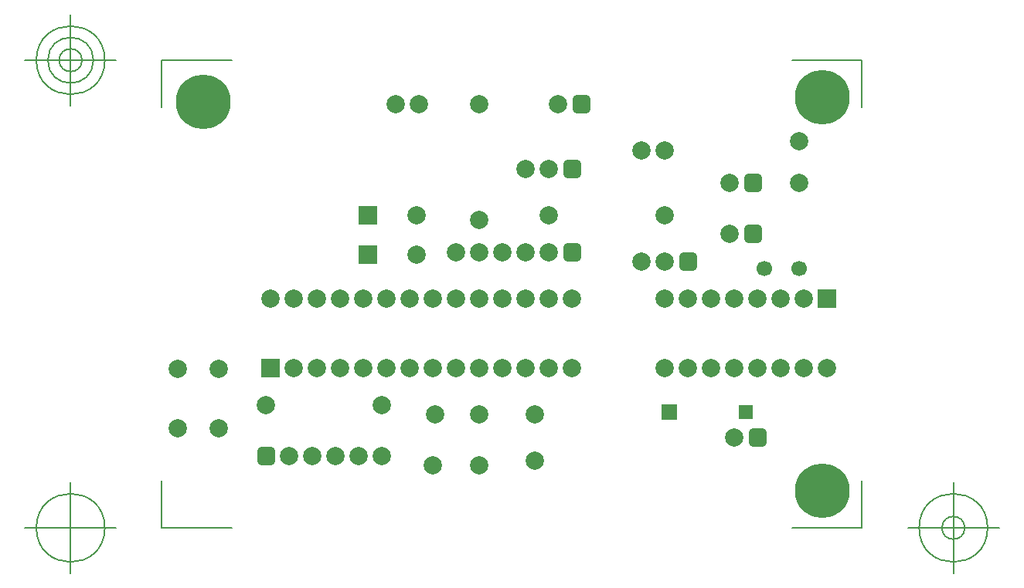
<source format=gbr>
G04 Generated by Ultiboard 14.0 *
%FSLAX34Y34*%
%MOMM*%

%ADD10C,0.0001*%
%ADD11C,0.1270*%
%ADD12C,2.0000*%
%ADD13R,1.0051X1.0051*%
%ADD14C,0.9949*%
%ADD15R,2.0000X2.0000*%
%ADD16C,1.7000*%
%ADD17R,1.6000X1.6000*%
%ADD18R,1.7000X1.7000*%
%ADD19C,6.0000*%


G04 ColorRGB FF00CC for the following layer *
%LNSolder Mask Top*%
%LPD*%
G54D10*
G54D11*
X-2540Y-2540D02*
X-2540Y48768D01*
X-2540Y-2540D02*
X74168Y-2540D01*
X764540Y-2540D02*
X687832Y-2540D01*
X764540Y-2540D02*
X764540Y48768D01*
X764540Y510540D02*
X764540Y459232D01*
X764540Y510540D02*
X687832Y510540D01*
X-2540Y510540D02*
X74168Y510540D01*
X-2540Y510540D02*
X-2540Y459232D01*
X-52540Y-2540D02*
X-152540Y-2540D01*
X-102540Y-52540D02*
X-102540Y47460D01*
X-140040Y-2540D02*
G75*
D01*
G02X-140040Y-2540I37500J0*
G01*
X814540Y-2540D02*
X914540Y-2540D01*
X864540Y-52540D02*
X864540Y47460D01*
X827040Y-2540D02*
G75*
D01*
G02X827040Y-2540I37500J0*
G01*
X852040Y-2540D02*
G75*
D01*
G02X852040Y-2540I12500J0*
G01*
X-52540Y510540D02*
X-152540Y510540D01*
X-102540Y460540D02*
X-102540Y560540D01*
X-140040Y510540D02*
G75*
D01*
G02X-140040Y510540I37500J0*
G01*
X-127540Y510540D02*
G75*
D01*
G02X-127540Y510540I25000J0*
G01*
X-115040Y510540D02*
G75*
D01*
G02X-115040Y510540I12500J0*
G01*
G54D12*
X137160Y76200D03*
X162560Y76200D03*
X213360Y76200D03*
X187960Y76200D03*
X238760Y76200D03*
X294640Y66040D03*
X345440Y66040D03*
X345440Y121920D03*
X296757Y121920D03*
X421640Y299720D03*
X396240Y299720D03*
X345440Y299720D03*
X370840Y299720D03*
X320040Y299720D03*
X548640Y340360D03*
X421640Y340360D03*
X421640Y391160D03*
X396240Y391160D03*
X619760Y320040D03*
X15240Y171873D03*
X60113Y171873D03*
X15240Y106680D03*
X60113Y106680D03*
X238760Y132080D03*
X111760Y132080D03*
X548640Y172720D03*
X726440Y172720D03*
X675640Y248920D03*
X701040Y248920D03*
X650240Y248920D03*
X599440Y248920D03*
X624840Y248920D03*
X574040Y248920D03*
X548640Y248920D03*
X574040Y172720D03*
X650240Y172720D03*
X675640Y172720D03*
X701040Y172720D03*
X599440Y172720D03*
X624840Y172720D03*
X619760Y375920D03*
X548640Y289560D03*
X523240Y289560D03*
X345440Y462280D03*
X345440Y335280D03*
X431800Y462280D03*
X279400Y462280D03*
X254000Y462280D03*
X548640Y411480D03*
X523240Y411480D03*
X406400Y71120D03*
X406400Y121920D03*
X142240Y172720D03*
X167640Y172720D03*
X193040Y172720D03*
X243840Y172720D03*
X218440Y172720D03*
X269240Y172720D03*
X320040Y172720D03*
X294640Y172720D03*
X345440Y172720D03*
X370840Y172720D03*
X396240Y172720D03*
X421640Y172720D03*
X447040Y172720D03*
X116840Y248920D03*
X142240Y248920D03*
X167640Y248920D03*
X193040Y248920D03*
X218440Y248920D03*
X243840Y248920D03*
X269240Y248920D03*
X294640Y248920D03*
X320040Y248920D03*
X345440Y248920D03*
X370840Y248920D03*
X396240Y248920D03*
X421640Y248920D03*
X447040Y248920D03*
X695960Y421640D03*
X695960Y375920D03*
X276860Y340360D03*
X276860Y297180D03*
X624840Y96520D03*
G54D13*
X111760Y76200D03*
X447040Y299720D03*
X447040Y391160D03*
X645160Y320040D03*
X645160Y375920D03*
X574040Y289560D03*
X457200Y462280D03*
X650240Y96520D03*
G54D14*
X106735Y71175D02*
X116785Y71175D01*
X116785Y81225D01*
X106735Y81225D01*
X106735Y71175D01*D02*
X442015Y294695D02*
X452065Y294695D01*
X452065Y304745D01*
X442015Y304745D01*
X442015Y294695D01*D02*
X442015Y386135D02*
X452065Y386135D01*
X452065Y396185D01*
X442015Y396185D01*
X442015Y386135D01*D02*
X640135Y315015D02*
X650185Y315015D01*
X650185Y325065D01*
X640135Y325065D01*
X640135Y315015D01*D02*
X640135Y370895D02*
X650185Y370895D01*
X650185Y380945D01*
X640135Y380945D01*
X640135Y370895D01*D02*
X569015Y284535D02*
X579065Y284535D01*
X579065Y294585D01*
X569015Y294585D01*
X569015Y284535D01*D02*
X452175Y457255D02*
X462225Y457255D01*
X462225Y467305D01*
X452175Y467305D01*
X452175Y457255D01*D02*
X645215Y91495D02*
X655265Y91495D01*
X655265Y101545D01*
X645215Y101545D01*
X645215Y91495D01*D02*
G54D15*
X726440Y248920D03*
X116840Y172720D03*
X223520Y340360D03*
X223520Y297180D03*
G54D16*
X695960Y281940D03*
X657860Y281940D03*
G54D17*
X637540Y124460D03*
G54D18*
X553720Y124460D03*
G54D19*
X43180Y464820D03*
X721360Y38100D03*
X721360Y469900D03*

M02*

</source>
